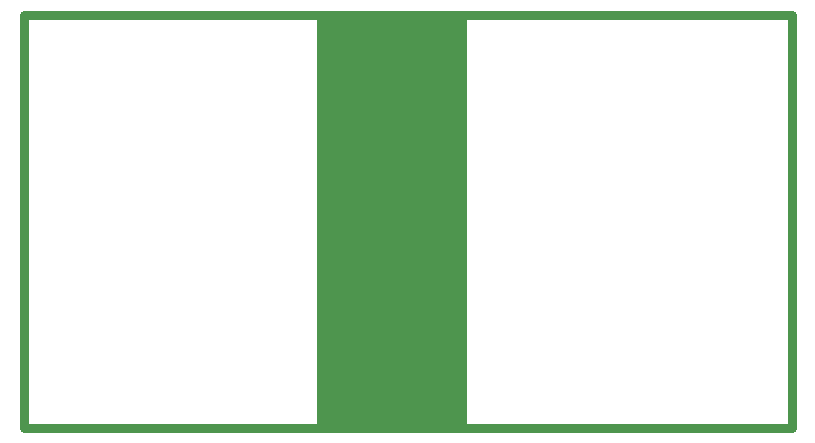
<source format=gko>
G04*
G04 #@! TF.GenerationSoftware,Altium Limited,Altium Designer,18.1.11 (251)*
G04*
G04 Layer_Color=16711935*
%FSLAX25Y25*%
%MOIN*%
G70*
G01*
G75*
%ADD54C,0.03000*%
G36*
X97638Y0D02*
Y137795D01*
X147638D01*
Y0D01*
X97638D01*
D02*
G37*
D54*
X27559D02*
X255906D01*
Y137795D01*
X0D02*
X255906D01*
X0Y0D02*
Y137795D01*
Y0D02*
X27559D01*
M02*

</source>
